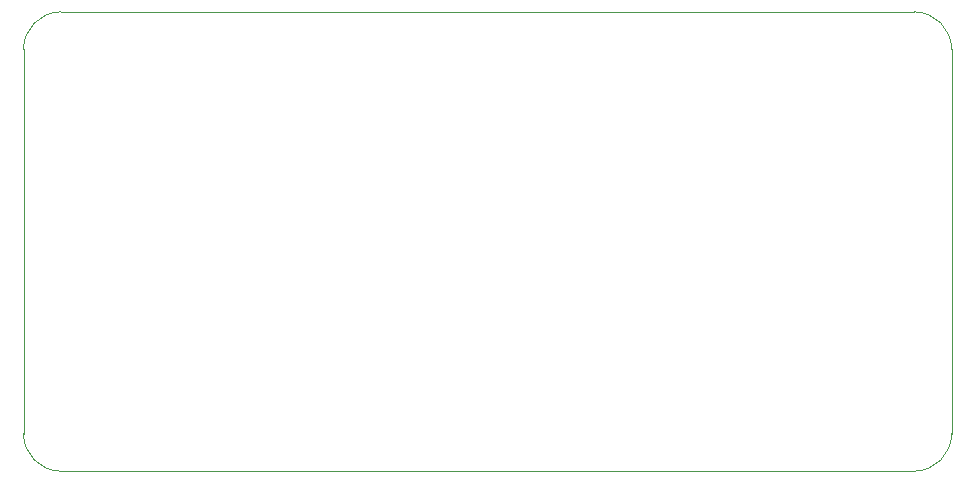
<source format=gm1>
G04 #@! TF.GenerationSoftware,KiCad,Pcbnew,(5.1.4)-1*
G04 #@! TF.CreationDate,2021-03-02T11:58:11-08:00*
G04 #@! TF.ProjectId,NMB-75,4e4d422d-3735-42e6-9b69-6361645f7063,rev?*
G04 #@! TF.SameCoordinates,Original*
G04 #@! TF.FileFunction,Profile,NP*
%FSLAX46Y46*%
G04 Gerber Fmt 4.6, Leading zero omitted, Abs format (unit mm)*
G04 Created by KiCad (PCBNEW (5.1.4)-1) date 2021-03-02 11:58:11*
%MOMM*%
%LPD*%
G04 APERTURE LIST*
%ADD10C,0.050000*%
G04 APERTURE END LIST*
D10*
X166687500Y-84931250D02*
X166687500Y-117475000D01*
X91281250Y-81756250D02*
X163512500Y-81756250D01*
X91281250Y-120650000D02*
X163512500Y-120650000D01*
X88106250Y-117475000D02*
X88106250Y-84931250D01*
X88106250Y-84931250D02*
G75*
G02X91281250Y-81756250I3175000J0D01*
G01*
X91281250Y-120650000D02*
G75*
G02X88106250Y-117475000I0J3175000D01*
G01*
X166687500Y-117475000D02*
G75*
G02X163512500Y-120650000I-3175000J0D01*
G01*
X163512500Y-81756250D02*
G75*
G02X166687500Y-84931250I0J-3175000D01*
G01*
M02*

</source>
